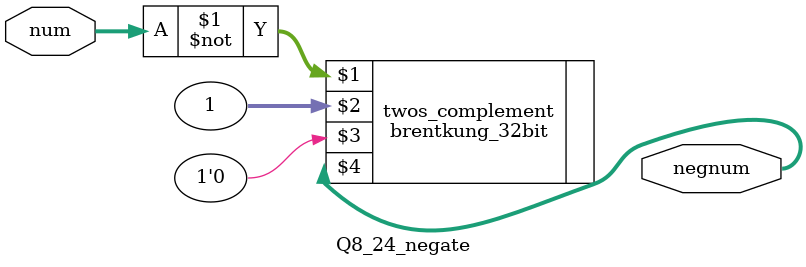
<source format=v>

module Q8_24_adder (
	input signed [31:0] a,
	input signed [31:0] b,
	output signed [31:0] sum
);

	brentkung_32bit bk(a, b, 1'b0, sum, );

endmodule

module Q8_24_multiplier (
	input signed [31:0] a,
	input signed [31:0] b,
	output reg signed [31:0] product
);

	reg [31:0] am, bm;
	wire [63:0] productm;
	wallace_32bit w(am, bm, productm);

	always @(*) begin 

		if (a[31] == 0 && b[31] == 0) begin
			am = a; bm = b;
			product = productm[55:24];
		end
		else if (a[31] == 0 && b[31] == 1) begin
			am = a; bm = ~b;
			product = ~productm[55:24];
		end
		else if (a[31] == 1 && b[31] == 0) begin
			am = ~a; bm = b;
			product = ~productm[55:24];
		end
		else if (a[31] == 1 && b[31] == 1) begin
			am = ~a; bm = ~b;
			product = productm[55:24];
		end

	end


endmodule

module Q8_24_negate(
	input signed [31:0] num, 
	output signed [31:0] negnum
);

	brentkung_32bit twos_complement(~num, 32'h00000001, 1'b0, negnum, );

endmodule
</source>
